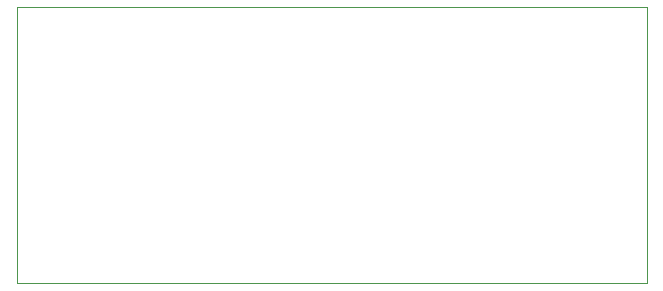
<source format=gm1>
G04 #@! TF.GenerationSoftware,KiCad,Pcbnew,(6.0.0-rc1-dev-313-g8db361882)*
G04 #@! TF.CreationDate,2018-08-23T14:32:26-04:00*
G04 #@! TF.ProjectId,SingleShotICbased,53696E676C6553686F74494362617365,rev?*
G04 #@! TF.SameCoordinates,Original*
G04 #@! TF.FileFunction,Profile,NP*
%FSLAX46Y46*%
G04 Gerber Fmt 4.6, Leading zero omitted, Abs format (unit mm)*
G04 Created by KiCad (PCBNEW (6.0.0-rc1-dev-313-g8db361882)) date 08/23/18 14:32:26*
%MOMM*%
%LPD*%
G01*
G04 APERTURE LIST*
%ADD10C,0.120000*%
G04 APERTURE END LIST*
D10*
X166624000Y-79248000D02*
X113284000Y-79248000D01*
X166624000Y-102616000D02*
X166624000Y-79248000D01*
X113284000Y-102616000D02*
X166624000Y-102616000D01*
X113284000Y-79248000D02*
X113284000Y-102616000D01*
M02*

</source>
